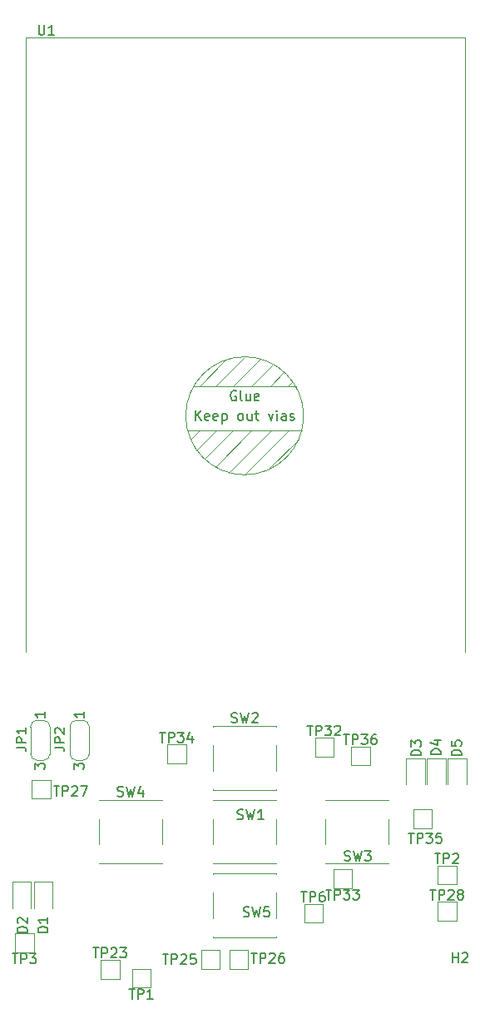
<source format=gto>
G04 #@! TF.GenerationSoftware,KiCad,Pcbnew,(5.1.12)-1*
G04 #@! TF.CreationDate,2022-09-28T12:59:49-05:00*
G04 #@! TF.ProjectId,Controller_Borad,436f6e74-726f-46c6-9c65-725f426f7261,rev?*
G04 #@! TF.SameCoordinates,Original*
G04 #@! TF.FileFunction,Legend,Top*
G04 #@! TF.FilePolarity,Positive*
%FSLAX46Y46*%
G04 Gerber Fmt 4.6, Leading zero omitted, Abs format (unit mm)*
G04 Created by KiCad (PCBNEW (5.1.12)-1) date 2022-09-28 12:59:49*
%MOMM*%
%LPD*%
G01*
G04 APERTURE LIST*
%ADD10C,0.120000*%
%ADD11C,0.150000*%
%ADD12R,1.550000X1.300000*%
%ADD13O,30.000000X10.000000*%
%ADD14C,2.200000*%
%ADD15R,1.500000X1.500000*%
%ADD16R,1.500000X1.000000*%
%ADD17C,0.100000*%
%ADD18C,1.700000*%
G04 APERTURE END LIST*
D10*
X243230000Y-115470000D02*
X236770000Y-115470000D01*
X243230000Y-120000000D02*
X243230000Y-117400000D01*
X243230000Y-121930000D02*
X236770000Y-121930000D01*
X236770000Y-120000000D02*
X236770000Y-117400000D01*
X243230000Y-121900000D02*
X243230000Y-121930000D01*
X243230000Y-115470000D02*
X243230000Y-115500000D01*
X236770000Y-115470000D02*
X236770000Y-115500000D01*
X236770000Y-121930000D02*
X236770000Y-121900000D01*
X217700000Y-100400000D02*
X217700000Y-37900000D01*
X217700000Y-37900000D02*
X262400000Y-37900000D01*
X262400000Y-100400000D02*
X262400000Y-37900000D01*
X246000000Y-76400000D02*
G75*
G03*
X246000000Y-76400000I-6000000J0D01*
G01*
X234200000Y-77900000D02*
X245800000Y-77900000D01*
X234800000Y-73400000D02*
X245200000Y-73400000D01*
X235100000Y-79900000D02*
X237100000Y-77900000D01*
X235900000Y-80800000D02*
X238800000Y-77900000D01*
X237000000Y-81600000D02*
X240700000Y-77900000D01*
X238400000Y-82200000D02*
X242700000Y-77900000D01*
X240000000Y-82400000D02*
X244500000Y-77900000D01*
X242400000Y-81900000D02*
X245500000Y-78800000D01*
X234500000Y-78800000D02*
X235400000Y-77900000D01*
X235400000Y-73400000D02*
X238000000Y-70800000D01*
X237000000Y-73400000D02*
X240000000Y-70400000D01*
X238800000Y-73400000D02*
X241600000Y-70600000D01*
X240700000Y-73400000D02*
X242900000Y-71200000D01*
X242600000Y-73400000D02*
X244000000Y-72000000D01*
X244400000Y-73400000D02*
X244900000Y-72900000D01*
X243230000Y-122970000D02*
X236770000Y-122970000D01*
X243230000Y-127500000D02*
X243230000Y-124900000D01*
X243230000Y-129430000D02*
X236770000Y-129430000D01*
X236770000Y-127500000D02*
X236770000Y-124900000D01*
X243230000Y-129400000D02*
X243230000Y-129430000D01*
X243230000Y-122970000D02*
X243230000Y-123000000D01*
X236770000Y-122970000D02*
X236770000Y-123000000D01*
X236770000Y-129430000D02*
X236770000Y-129400000D01*
X225170000Y-121930000D02*
X231630000Y-121930000D01*
X225170000Y-117400000D02*
X225170000Y-120000000D01*
X225170000Y-115470000D02*
X231630000Y-115470000D01*
X231630000Y-117400000D02*
X231630000Y-120000000D01*
X225170000Y-115500000D02*
X225170000Y-115470000D01*
X225170000Y-121930000D02*
X225170000Y-121900000D01*
X231630000Y-121930000D02*
X231630000Y-121900000D01*
X231630000Y-115470000D02*
X231630000Y-115500000D01*
X254630000Y-115470000D02*
X248170000Y-115470000D01*
X254630000Y-120000000D02*
X254630000Y-117400000D01*
X254630000Y-121930000D02*
X248170000Y-121930000D01*
X248170000Y-120000000D02*
X248170000Y-117400000D01*
X254630000Y-121900000D02*
X254630000Y-121930000D01*
X254630000Y-115470000D02*
X254630000Y-115500000D01*
X248170000Y-115470000D02*
X248170000Y-115500000D01*
X248170000Y-121930000D02*
X248170000Y-121900000D01*
X236770000Y-114430000D02*
X243230000Y-114430000D01*
X236770000Y-109900000D02*
X236770000Y-112500000D01*
X236770000Y-107970000D02*
X243230000Y-107970000D01*
X243230000Y-109900000D02*
X243230000Y-112500000D01*
X236770000Y-108000000D02*
X236770000Y-107970000D01*
X236770000Y-114430000D02*
X236770000Y-114400000D01*
X243230000Y-114430000D02*
X243230000Y-114400000D01*
X243230000Y-107970000D02*
X243230000Y-108000000D01*
X250850000Y-110050000D02*
X252750000Y-110050000D01*
X252750000Y-110050000D02*
X252750000Y-111950000D01*
X252750000Y-111950000D02*
X250850000Y-111950000D01*
X250850000Y-111950000D02*
X250850000Y-110050000D01*
X257150000Y-116450000D02*
X259050000Y-116450000D01*
X259050000Y-116450000D02*
X259050000Y-118350000D01*
X259050000Y-118350000D02*
X257150000Y-118350000D01*
X257150000Y-118350000D02*
X257150000Y-116450000D01*
X232150000Y-109850000D02*
X234050000Y-109850000D01*
X234050000Y-109850000D02*
X234050000Y-111750000D01*
X234050000Y-111750000D02*
X232150000Y-111750000D01*
X232150000Y-111750000D02*
X232150000Y-109850000D01*
X250950000Y-124450000D02*
X249050000Y-124450000D01*
X249050000Y-124450000D02*
X249050000Y-122550000D01*
X249050000Y-122550000D02*
X250950000Y-122550000D01*
X250950000Y-122550000D02*
X250950000Y-124450000D01*
X247150000Y-109150000D02*
X249050000Y-109150000D01*
X249050000Y-109150000D02*
X249050000Y-111050000D01*
X249050000Y-111050000D02*
X247150000Y-111050000D01*
X247150000Y-111050000D02*
X247150000Y-109150000D01*
X222900000Y-107350000D02*
X223500000Y-107350000D01*
X222200000Y-110800000D02*
X222200000Y-108000000D01*
X223500000Y-111450000D02*
X222900000Y-111450000D01*
X224200000Y-108000000D02*
X224200000Y-110800000D01*
X223500000Y-107350000D02*
G75*
G02*
X224200000Y-108050000I0J-700000D01*
G01*
X222200000Y-108050000D02*
G75*
G02*
X222900000Y-107350000I700000J0D01*
G01*
X222900000Y-111450000D02*
G75*
G02*
X222200000Y-110750000I0J700000D01*
G01*
X224200000Y-110750000D02*
G75*
G02*
X223500000Y-111450000I-700000J0D01*
G01*
X218900000Y-107350000D02*
X219500000Y-107350000D01*
X218200000Y-110800000D02*
X218200000Y-108000000D01*
X219500000Y-111450000D02*
X218900000Y-111450000D01*
X220200000Y-108000000D02*
X220200000Y-110800000D01*
X219500000Y-107350000D02*
G75*
G02*
X220200000Y-108050000I0J-700000D01*
G01*
X218200000Y-108050000D02*
G75*
G02*
X218900000Y-107350000I700000J0D01*
G01*
X218900000Y-111450000D02*
G75*
G02*
X218200000Y-110750000I0J700000D01*
G01*
X220200000Y-110750000D02*
G75*
G02*
X219500000Y-111450000I-700000J0D01*
G01*
X262560000Y-113900000D02*
X262560000Y-111215000D01*
X262560000Y-111215000D02*
X260640000Y-111215000D01*
X260640000Y-111215000D02*
X260640000Y-113900000D01*
X260460000Y-113900000D02*
X260460000Y-111215000D01*
X260460000Y-111215000D02*
X258540000Y-111215000D01*
X258540000Y-111215000D02*
X258540000Y-113900000D01*
X258360000Y-113900000D02*
X258360000Y-111215000D01*
X258360000Y-111215000D02*
X256440000Y-111215000D01*
X256440000Y-111215000D02*
X256440000Y-113900000D01*
X259650000Y-125850000D02*
X261550000Y-125850000D01*
X261550000Y-125850000D02*
X261550000Y-127750000D01*
X261550000Y-127750000D02*
X259650000Y-127750000D01*
X259650000Y-127750000D02*
X259650000Y-125850000D01*
X218350000Y-113450000D02*
X220250000Y-113450000D01*
X220250000Y-113450000D02*
X220250000Y-115350000D01*
X220250000Y-115350000D02*
X218350000Y-115350000D01*
X218350000Y-115350000D02*
X218350000Y-113450000D01*
X238450000Y-130750000D02*
X240350000Y-130750000D01*
X240350000Y-130750000D02*
X240350000Y-132650000D01*
X240350000Y-132650000D02*
X238450000Y-132650000D01*
X238450000Y-132650000D02*
X238450000Y-130750000D01*
X235550000Y-130750000D02*
X237450000Y-130750000D01*
X237450000Y-130750000D02*
X237450000Y-132650000D01*
X237450000Y-132650000D02*
X235550000Y-132650000D01*
X235550000Y-132650000D02*
X235550000Y-130750000D01*
X225350000Y-131750000D02*
X227250000Y-131750000D01*
X227250000Y-131750000D02*
X227250000Y-133650000D01*
X227250000Y-133650000D02*
X225350000Y-133650000D01*
X225350000Y-133650000D02*
X225350000Y-131750000D01*
X246050000Y-126050000D02*
X247950000Y-126050000D01*
X247950000Y-126050000D02*
X247950000Y-127950000D01*
X247950000Y-127950000D02*
X246050000Y-127950000D01*
X246050000Y-127950000D02*
X246050000Y-126050000D01*
X218550000Y-130950000D02*
X216650000Y-130950000D01*
X216650000Y-130950000D02*
X216650000Y-129050000D01*
X216650000Y-129050000D02*
X218550000Y-129050000D01*
X218550000Y-129050000D02*
X218550000Y-130950000D01*
X259650000Y-122150000D02*
X261550000Y-122150000D01*
X261550000Y-122150000D02*
X261550000Y-124050000D01*
X261550000Y-124050000D02*
X259650000Y-124050000D01*
X259650000Y-124050000D02*
X259650000Y-122150000D01*
X230450000Y-134550000D02*
X228550000Y-134550000D01*
X228550000Y-134550000D02*
X228550000Y-132650000D01*
X228550000Y-132650000D02*
X230450000Y-132650000D01*
X230450000Y-132650000D02*
X230450000Y-134550000D01*
X216340000Y-123815000D02*
X216340000Y-126500000D01*
X218260000Y-123815000D02*
X216340000Y-123815000D01*
X218260000Y-126500000D02*
X218260000Y-123815000D01*
X218540000Y-123815000D02*
X218540000Y-126500000D01*
X220460000Y-123815000D02*
X218540000Y-123815000D01*
X220460000Y-126500000D02*
X220460000Y-123815000D01*
D11*
X239266666Y-117404761D02*
X239409523Y-117452380D01*
X239647619Y-117452380D01*
X239742857Y-117404761D01*
X239790476Y-117357142D01*
X239838095Y-117261904D01*
X239838095Y-117166666D01*
X239790476Y-117071428D01*
X239742857Y-117023809D01*
X239647619Y-116976190D01*
X239457142Y-116928571D01*
X239361904Y-116880952D01*
X239314285Y-116833333D01*
X239266666Y-116738095D01*
X239266666Y-116642857D01*
X239314285Y-116547619D01*
X239361904Y-116500000D01*
X239457142Y-116452380D01*
X239695238Y-116452380D01*
X239838095Y-116500000D01*
X240171428Y-116452380D02*
X240409523Y-117452380D01*
X240600000Y-116738095D01*
X240790476Y-117452380D01*
X241028571Y-116452380D01*
X241933333Y-117452380D02*
X241361904Y-117452380D01*
X241647619Y-117452380D02*
X241647619Y-116452380D01*
X241552380Y-116595238D01*
X241457142Y-116690476D01*
X241361904Y-116738095D01*
X219038095Y-36652380D02*
X219038095Y-37461904D01*
X219085714Y-37557142D01*
X219133333Y-37604761D01*
X219228571Y-37652380D01*
X219419047Y-37652380D01*
X219514285Y-37604761D01*
X219561904Y-37557142D01*
X219609523Y-37461904D01*
X219609523Y-36652380D01*
X220609523Y-37652380D02*
X220038095Y-37652380D01*
X220323809Y-37652380D02*
X220323809Y-36652380D01*
X220228571Y-36795238D01*
X220133333Y-36890476D01*
X220038095Y-36938095D01*
X235000000Y-76852380D02*
X235000000Y-75852380D01*
X235571428Y-76852380D02*
X235142857Y-76280952D01*
X235571428Y-75852380D02*
X235000000Y-76423809D01*
X236380952Y-76804761D02*
X236285714Y-76852380D01*
X236095238Y-76852380D01*
X236000000Y-76804761D01*
X235952380Y-76709523D01*
X235952380Y-76328571D01*
X236000000Y-76233333D01*
X236095238Y-76185714D01*
X236285714Y-76185714D01*
X236380952Y-76233333D01*
X236428571Y-76328571D01*
X236428571Y-76423809D01*
X235952380Y-76519047D01*
X237238095Y-76804761D02*
X237142857Y-76852380D01*
X236952380Y-76852380D01*
X236857142Y-76804761D01*
X236809523Y-76709523D01*
X236809523Y-76328571D01*
X236857142Y-76233333D01*
X236952380Y-76185714D01*
X237142857Y-76185714D01*
X237238095Y-76233333D01*
X237285714Y-76328571D01*
X237285714Y-76423809D01*
X236809523Y-76519047D01*
X237714285Y-76185714D02*
X237714285Y-77185714D01*
X237714285Y-76233333D02*
X237809523Y-76185714D01*
X238000000Y-76185714D01*
X238095238Y-76233333D01*
X238142857Y-76280952D01*
X238190476Y-76376190D01*
X238190476Y-76661904D01*
X238142857Y-76757142D01*
X238095238Y-76804761D01*
X238000000Y-76852380D01*
X237809523Y-76852380D01*
X237714285Y-76804761D01*
X239523809Y-76852380D02*
X239428571Y-76804761D01*
X239380952Y-76757142D01*
X239333333Y-76661904D01*
X239333333Y-76376190D01*
X239380952Y-76280952D01*
X239428571Y-76233333D01*
X239523809Y-76185714D01*
X239666666Y-76185714D01*
X239761904Y-76233333D01*
X239809523Y-76280952D01*
X239857142Y-76376190D01*
X239857142Y-76661904D01*
X239809523Y-76757142D01*
X239761904Y-76804761D01*
X239666666Y-76852380D01*
X239523809Y-76852380D01*
X240714285Y-76185714D02*
X240714285Y-76852380D01*
X240285714Y-76185714D02*
X240285714Y-76709523D01*
X240333333Y-76804761D01*
X240428571Y-76852380D01*
X240571428Y-76852380D01*
X240666666Y-76804761D01*
X240714285Y-76757142D01*
X241047619Y-76185714D02*
X241428571Y-76185714D01*
X241190476Y-75852380D02*
X241190476Y-76709523D01*
X241238095Y-76804761D01*
X241333333Y-76852380D01*
X241428571Y-76852380D01*
X242428571Y-76185714D02*
X242666666Y-76852380D01*
X242904761Y-76185714D01*
X243285714Y-76852380D02*
X243285714Y-76185714D01*
X243285714Y-75852380D02*
X243238095Y-75900000D01*
X243285714Y-75947619D01*
X243333333Y-75900000D01*
X243285714Y-75852380D01*
X243285714Y-75947619D01*
X244190476Y-76852380D02*
X244190476Y-76328571D01*
X244142857Y-76233333D01*
X244047619Y-76185714D01*
X243857142Y-76185714D01*
X243761904Y-76233333D01*
X244190476Y-76804761D02*
X244095238Y-76852380D01*
X243857142Y-76852380D01*
X243761904Y-76804761D01*
X243714285Y-76709523D01*
X243714285Y-76614285D01*
X243761904Y-76519047D01*
X243857142Y-76471428D01*
X244095238Y-76471428D01*
X244190476Y-76423809D01*
X244619047Y-76804761D02*
X244714285Y-76852380D01*
X244904761Y-76852380D01*
X245000000Y-76804761D01*
X245047619Y-76709523D01*
X245047619Y-76661904D01*
X245000000Y-76566666D01*
X244904761Y-76519047D01*
X244761904Y-76519047D01*
X244666666Y-76471428D01*
X244619047Y-76376190D01*
X244619047Y-76328571D01*
X244666666Y-76233333D01*
X244761904Y-76185714D01*
X244904761Y-76185714D01*
X245000000Y-76233333D01*
X239119047Y-73900000D02*
X239023809Y-73852380D01*
X238880952Y-73852380D01*
X238738095Y-73900000D01*
X238642857Y-73995238D01*
X238595238Y-74090476D01*
X238547619Y-74280952D01*
X238547619Y-74423809D01*
X238595238Y-74614285D01*
X238642857Y-74709523D01*
X238738095Y-74804761D01*
X238880952Y-74852380D01*
X238976190Y-74852380D01*
X239119047Y-74804761D01*
X239166666Y-74757142D01*
X239166666Y-74423809D01*
X238976190Y-74423809D01*
X239738095Y-74852380D02*
X239642857Y-74804761D01*
X239595238Y-74709523D01*
X239595238Y-73852380D01*
X240547619Y-74185714D02*
X240547619Y-74852380D01*
X240119047Y-74185714D02*
X240119047Y-74709523D01*
X240166666Y-74804761D01*
X240261904Y-74852380D01*
X240404761Y-74852380D01*
X240500000Y-74804761D01*
X240547619Y-74757142D01*
X241404761Y-74804761D02*
X241309523Y-74852380D01*
X241119047Y-74852380D01*
X241023809Y-74804761D01*
X240976190Y-74709523D01*
X240976190Y-74328571D01*
X241023809Y-74233333D01*
X241119047Y-74185714D01*
X241309523Y-74185714D01*
X241404761Y-74233333D01*
X241452380Y-74328571D01*
X241452380Y-74423809D01*
X240976190Y-74519047D01*
X261138095Y-132002380D02*
X261138095Y-131002380D01*
X261138095Y-131478571D02*
X261709523Y-131478571D01*
X261709523Y-132002380D02*
X261709523Y-131002380D01*
X262138095Y-131097619D02*
X262185714Y-131050000D01*
X262280952Y-131002380D01*
X262519047Y-131002380D01*
X262614285Y-131050000D01*
X262661904Y-131097619D01*
X262709523Y-131192857D01*
X262709523Y-131288095D01*
X262661904Y-131430952D01*
X262090476Y-132002380D01*
X262709523Y-132002380D01*
X239866666Y-127304761D02*
X240009523Y-127352380D01*
X240247619Y-127352380D01*
X240342857Y-127304761D01*
X240390476Y-127257142D01*
X240438095Y-127161904D01*
X240438095Y-127066666D01*
X240390476Y-126971428D01*
X240342857Y-126923809D01*
X240247619Y-126876190D01*
X240057142Y-126828571D01*
X239961904Y-126780952D01*
X239914285Y-126733333D01*
X239866666Y-126638095D01*
X239866666Y-126542857D01*
X239914285Y-126447619D01*
X239961904Y-126400000D01*
X240057142Y-126352380D01*
X240295238Y-126352380D01*
X240438095Y-126400000D01*
X240771428Y-126352380D02*
X241009523Y-127352380D01*
X241200000Y-126638095D01*
X241390476Y-127352380D01*
X241628571Y-126352380D01*
X242485714Y-126352380D02*
X242009523Y-126352380D01*
X241961904Y-126828571D01*
X242009523Y-126780952D01*
X242104761Y-126733333D01*
X242342857Y-126733333D01*
X242438095Y-126780952D01*
X242485714Y-126828571D01*
X242533333Y-126923809D01*
X242533333Y-127161904D01*
X242485714Y-127257142D01*
X242438095Y-127304761D01*
X242342857Y-127352380D01*
X242104761Y-127352380D01*
X242009523Y-127304761D01*
X241961904Y-127257142D01*
X227066666Y-115054761D02*
X227209523Y-115102380D01*
X227447619Y-115102380D01*
X227542857Y-115054761D01*
X227590476Y-115007142D01*
X227638095Y-114911904D01*
X227638095Y-114816666D01*
X227590476Y-114721428D01*
X227542857Y-114673809D01*
X227447619Y-114626190D01*
X227257142Y-114578571D01*
X227161904Y-114530952D01*
X227114285Y-114483333D01*
X227066666Y-114388095D01*
X227066666Y-114292857D01*
X227114285Y-114197619D01*
X227161904Y-114150000D01*
X227257142Y-114102380D01*
X227495238Y-114102380D01*
X227638095Y-114150000D01*
X227971428Y-114102380D02*
X228209523Y-115102380D01*
X228400000Y-114388095D01*
X228590476Y-115102380D01*
X228828571Y-114102380D01*
X229638095Y-114435714D02*
X229638095Y-115102380D01*
X229400000Y-114054761D02*
X229161904Y-114769047D01*
X229780952Y-114769047D01*
X250166666Y-121604761D02*
X250309523Y-121652380D01*
X250547619Y-121652380D01*
X250642857Y-121604761D01*
X250690476Y-121557142D01*
X250738095Y-121461904D01*
X250738095Y-121366666D01*
X250690476Y-121271428D01*
X250642857Y-121223809D01*
X250547619Y-121176190D01*
X250357142Y-121128571D01*
X250261904Y-121080952D01*
X250214285Y-121033333D01*
X250166666Y-120938095D01*
X250166666Y-120842857D01*
X250214285Y-120747619D01*
X250261904Y-120700000D01*
X250357142Y-120652380D01*
X250595238Y-120652380D01*
X250738095Y-120700000D01*
X251071428Y-120652380D02*
X251309523Y-121652380D01*
X251500000Y-120938095D01*
X251690476Y-121652380D01*
X251928571Y-120652380D01*
X252214285Y-120652380D02*
X252833333Y-120652380D01*
X252500000Y-121033333D01*
X252642857Y-121033333D01*
X252738095Y-121080952D01*
X252785714Y-121128571D01*
X252833333Y-121223809D01*
X252833333Y-121461904D01*
X252785714Y-121557142D01*
X252738095Y-121604761D01*
X252642857Y-121652380D01*
X252357142Y-121652380D01*
X252261904Y-121604761D01*
X252214285Y-121557142D01*
X238666666Y-107554761D02*
X238809523Y-107602380D01*
X239047619Y-107602380D01*
X239142857Y-107554761D01*
X239190476Y-107507142D01*
X239238095Y-107411904D01*
X239238095Y-107316666D01*
X239190476Y-107221428D01*
X239142857Y-107173809D01*
X239047619Y-107126190D01*
X238857142Y-107078571D01*
X238761904Y-107030952D01*
X238714285Y-106983333D01*
X238666666Y-106888095D01*
X238666666Y-106792857D01*
X238714285Y-106697619D01*
X238761904Y-106650000D01*
X238857142Y-106602380D01*
X239095238Y-106602380D01*
X239238095Y-106650000D01*
X239571428Y-106602380D02*
X239809523Y-107602380D01*
X240000000Y-106888095D01*
X240190476Y-107602380D01*
X240428571Y-106602380D01*
X240761904Y-106697619D02*
X240809523Y-106650000D01*
X240904761Y-106602380D01*
X241142857Y-106602380D01*
X241238095Y-106650000D01*
X241285714Y-106697619D01*
X241333333Y-106792857D01*
X241333333Y-106888095D01*
X241285714Y-107030952D01*
X240714285Y-107602380D01*
X241333333Y-107602380D01*
X250061904Y-108804380D02*
X250633333Y-108804380D01*
X250347619Y-109804380D02*
X250347619Y-108804380D01*
X250966666Y-109804380D02*
X250966666Y-108804380D01*
X251347619Y-108804380D01*
X251442857Y-108852000D01*
X251490476Y-108899619D01*
X251538095Y-108994857D01*
X251538095Y-109137714D01*
X251490476Y-109232952D01*
X251442857Y-109280571D01*
X251347619Y-109328190D01*
X250966666Y-109328190D01*
X251871428Y-108804380D02*
X252490476Y-108804380D01*
X252157142Y-109185333D01*
X252300000Y-109185333D01*
X252395238Y-109232952D01*
X252442857Y-109280571D01*
X252490476Y-109375809D01*
X252490476Y-109613904D01*
X252442857Y-109709142D01*
X252395238Y-109756761D01*
X252300000Y-109804380D01*
X252014285Y-109804380D01*
X251919047Y-109756761D01*
X251871428Y-109709142D01*
X253347619Y-108804380D02*
X253157142Y-108804380D01*
X253061904Y-108852000D01*
X253014285Y-108899619D01*
X252919047Y-109042476D01*
X252871428Y-109232952D01*
X252871428Y-109613904D01*
X252919047Y-109709142D01*
X252966666Y-109756761D01*
X253061904Y-109804380D01*
X253252380Y-109804380D01*
X253347619Y-109756761D01*
X253395238Y-109709142D01*
X253442857Y-109613904D01*
X253442857Y-109375809D01*
X253395238Y-109280571D01*
X253347619Y-109232952D01*
X253252380Y-109185333D01*
X253061904Y-109185333D01*
X252966666Y-109232952D01*
X252919047Y-109280571D01*
X252871428Y-109375809D01*
X256661904Y-118852380D02*
X257233333Y-118852380D01*
X256947619Y-119852380D02*
X256947619Y-118852380D01*
X257566666Y-119852380D02*
X257566666Y-118852380D01*
X257947619Y-118852380D01*
X258042857Y-118900000D01*
X258090476Y-118947619D01*
X258138095Y-119042857D01*
X258138095Y-119185714D01*
X258090476Y-119280952D01*
X258042857Y-119328571D01*
X257947619Y-119376190D01*
X257566666Y-119376190D01*
X258471428Y-118852380D02*
X259090476Y-118852380D01*
X258757142Y-119233333D01*
X258900000Y-119233333D01*
X258995238Y-119280952D01*
X259042857Y-119328571D01*
X259090476Y-119423809D01*
X259090476Y-119661904D01*
X259042857Y-119757142D01*
X258995238Y-119804761D01*
X258900000Y-119852380D01*
X258614285Y-119852380D01*
X258519047Y-119804761D01*
X258471428Y-119757142D01*
X259995238Y-118852380D02*
X259519047Y-118852380D01*
X259471428Y-119328571D01*
X259519047Y-119280952D01*
X259614285Y-119233333D01*
X259852380Y-119233333D01*
X259947619Y-119280952D01*
X259995238Y-119328571D01*
X260042857Y-119423809D01*
X260042857Y-119661904D01*
X259995238Y-119757142D01*
X259947619Y-119804761D01*
X259852380Y-119852380D01*
X259614285Y-119852380D01*
X259519047Y-119804761D01*
X259471428Y-119757142D01*
X231361904Y-108604380D02*
X231933333Y-108604380D01*
X231647619Y-109604380D02*
X231647619Y-108604380D01*
X232266666Y-109604380D02*
X232266666Y-108604380D01*
X232647619Y-108604380D01*
X232742857Y-108652000D01*
X232790476Y-108699619D01*
X232838095Y-108794857D01*
X232838095Y-108937714D01*
X232790476Y-109032952D01*
X232742857Y-109080571D01*
X232647619Y-109128190D01*
X232266666Y-109128190D01*
X233171428Y-108604380D02*
X233790476Y-108604380D01*
X233457142Y-108985333D01*
X233600000Y-108985333D01*
X233695238Y-109032952D01*
X233742857Y-109080571D01*
X233790476Y-109175809D01*
X233790476Y-109413904D01*
X233742857Y-109509142D01*
X233695238Y-109556761D01*
X233600000Y-109604380D01*
X233314285Y-109604380D01*
X233219047Y-109556761D01*
X233171428Y-109509142D01*
X234647619Y-108937714D02*
X234647619Y-109604380D01*
X234409523Y-108556761D02*
X234171428Y-109271047D01*
X234790476Y-109271047D01*
X248261904Y-124600380D02*
X248833333Y-124600380D01*
X248547619Y-125600380D02*
X248547619Y-124600380D01*
X249166666Y-125600380D02*
X249166666Y-124600380D01*
X249547619Y-124600380D01*
X249642857Y-124648000D01*
X249690476Y-124695619D01*
X249738095Y-124790857D01*
X249738095Y-124933714D01*
X249690476Y-125028952D01*
X249642857Y-125076571D01*
X249547619Y-125124190D01*
X249166666Y-125124190D01*
X250071428Y-124600380D02*
X250690476Y-124600380D01*
X250357142Y-124981333D01*
X250500000Y-124981333D01*
X250595238Y-125028952D01*
X250642857Y-125076571D01*
X250690476Y-125171809D01*
X250690476Y-125409904D01*
X250642857Y-125505142D01*
X250595238Y-125552761D01*
X250500000Y-125600380D01*
X250214285Y-125600380D01*
X250119047Y-125552761D01*
X250071428Y-125505142D01*
X251023809Y-124600380D02*
X251642857Y-124600380D01*
X251309523Y-124981333D01*
X251452380Y-124981333D01*
X251547619Y-125028952D01*
X251595238Y-125076571D01*
X251642857Y-125171809D01*
X251642857Y-125409904D01*
X251595238Y-125505142D01*
X251547619Y-125552761D01*
X251452380Y-125600380D01*
X251166666Y-125600380D01*
X251071428Y-125552761D01*
X251023809Y-125505142D01*
X246361904Y-107904380D02*
X246933333Y-107904380D01*
X246647619Y-108904380D02*
X246647619Y-107904380D01*
X247266666Y-108904380D02*
X247266666Y-107904380D01*
X247647619Y-107904380D01*
X247742857Y-107952000D01*
X247790476Y-107999619D01*
X247838095Y-108094857D01*
X247838095Y-108237714D01*
X247790476Y-108332952D01*
X247742857Y-108380571D01*
X247647619Y-108428190D01*
X247266666Y-108428190D01*
X248171428Y-107904380D02*
X248790476Y-107904380D01*
X248457142Y-108285333D01*
X248600000Y-108285333D01*
X248695238Y-108332952D01*
X248742857Y-108380571D01*
X248790476Y-108475809D01*
X248790476Y-108713904D01*
X248742857Y-108809142D01*
X248695238Y-108856761D01*
X248600000Y-108904380D01*
X248314285Y-108904380D01*
X248219047Y-108856761D01*
X248171428Y-108809142D01*
X249171428Y-107999619D02*
X249219047Y-107952000D01*
X249314285Y-107904380D01*
X249552380Y-107904380D01*
X249647619Y-107952000D01*
X249695238Y-107999619D01*
X249742857Y-108094857D01*
X249742857Y-108190095D01*
X249695238Y-108332952D01*
X249123809Y-108904380D01*
X249742857Y-108904380D01*
X220652380Y-110133333D02*
X221366666Y-110133333D01*
X221509523Y-110180952D01*
X221604761Y-110276190D01*
X221652380Y-110419047D01*
X221652380Y-110514285D01*
X221652380Y-109657142D02*
X220652380Y-109657142D01*
X220652380Y-109276190D01*
X220700000Y-109180952D01*
X220747619Y-109133333D01*
X220842857Y-109085714D01*
X220985714Y-109085714D01*
X221080952Y-109133333D01*
X221128571Y-109180952D01*
X221176190Y-109276190D01*
X221176190Y-109657142D01*
X220747619Y-108704761D02*
X220700000Y-108657142D01*
X220652380Y-108561904D01*
X220652380Y-108323809D01*
X220700000Y-108228571D01*
X220747619Y-108180952D01*
X220842857Y-108133333D01*
X220938095Y-108133333D01*
X221080952Y-108180952D01*
X221652380Y-108752380D01*
X221652380Y-108133333D01*
X223652380Y-106514285D02*
X223652380Y-107085714D01*
X223652380Y-106800000D02*
X222652380Y-106800000D01*
X222795238Y-106895238D01*
X222890476Y-106990476D01*
X222938095Y-107085714D01*
X222652380Y-112333333D02*
X222652380Y-111714285D01*
X223033333Y-112047619D01*
X223033333Y-111904761D01*
X223080952Y-111809523D01*
X223128571Y-111761904D01*
X223223809Y-111714285D01*
X223461904Y-111714285D01*
X223557142Y-111761904D01*
X223604761Y-111809523D01*
X223652380Y-111904761D01*
X223652380Y-112190476D01*
X223604761Y-112285714D01*
X223557142Y-112333333D01*
X216752380Y-110133333D02*
X217466666Y-110133333D01*
X217609523Y-110180952D01*
X217704761Y-110276190D01*
X217752380Y-110419047D01*
X217752380Y-110514285D01*
X217752380Y-109657142D02*
X216752380Y-109657142D01*
X216752380Y-109276190D01*
X216800000Y-109180952D01*
X216847619Y-109133333D01*
X216942857Y-109085714D01*
X217085714Y-109085714D01*
X217180952Y-109133333D01*
X217228571Y-109180952D01*
X217276190Y-109276190D01*
X217276190Y-109657142D01*
X217752380Y-108133333D02*
X217752380Y-108704761D01*
X217752380Y-108419047D02*
X216752380Y-108419047D01*
X216895238Y-108514285D01*
X216990476Y-108609523D01*
X217038095Y-108704761D01*
X219652380Y-106514285D02*
X219652380Y-107085714D01*
X219652380Y-106800000D02*
X218652380Y-106800000D01*
X218795238Y-106895238D01*
X218890476Y-106990476D01*
X218938095Y-107085714D01*
X218652380Y-112333333D02*
X218652380Y-111714285D01*
X219033333Y-112047619D01*
X219033333Y-111904761D01*
X219080952Y-111809523D01*
X219128571Y-111761904D01*
X219223809Y-111714285D01*
X219461904Y-111714285D01*
X219557142Y-111761904D01*
X219604761Y-111809523D01*
X219652380Y-111904761D01*
X219652380Y-112190476D01*
X219604761Y-112285714D01*
X219557142Y-112333333D01*
X262052380Y-110938095D02*
X261052380Y-110938095D01*
X261052380Y-110700000D01*
X261100000Y-110557142D01*
X261195238Y-110461904D01*
X261290476Y-110414285D01*
X261480952Y-110366666D01*
X261623809Y-110366666D01*
X261814285Y-110414285D01*
X261909523Y-110461904D01*
X262004761Y-110557142D01*
X262052380Y-110700000D01*
X262052380Y-110938095D01*
X261052380Y-109461904D02*
X261052380Y-109938095D01*
X261528571Y-109985714D01*
X261480952Y-109938095D01*
X261433333Y-109842857D01*
X261433333Y-109604761D01*
X261480952Y-109509523D01*
X261528571Y-109461904D01*
X261623809Y-109414285D01*
X261861904Y-109414285D01*
X261957142Y-109461904D01*
X262004761Y-109509523D01*
X262052380Y-109604761D01*
X262052380Y-109842857D01*
X262004761Y-109938095D01*
X261957142Y-109985714D01*
X259952380Y-110838095D02*
X258952380Y-110838095D01*
X258952380Y-110600000D01*
X259000000Y-110457142D01*
X259095238Y-110361904D01*
X259190476Y-110314285D01*
X259380952Y-110266666D01*
X259523809Y-110266666D01*
X259714285Y-110314285D01*
X259809523Y-110361904D01*
X259904761Y-110457142D01*
X259952380Y-110600000D01*
X259952380Y-110838095D01*
X259285714Y-109409523D02*
X259952380Y-109409523D01*
X258904761Y-109647619D02*
X259619047Y-109885714D01*
X259619047Y-109266666D01*
X257952380Y-110938095D02*
X256952380Y-110938095D01*
X256952380Y-110700000D01*
X257000000Y-110557142D01*
X257095238Y-110461904D01*
X257190476Y-110414285D01*
X257380952Y-110366666D01*
X257523809Y-110366666D01*
X257714285Y-110414285D01*
X257809523Y-110461904D01*
X257904761Y-110557142D01*
X257952380Y-110700000D01*
X257952380Y-110938095D01*
X256952380Y-110033333D02*
X256952380Y-109414285D01*
X257333333Y-109747619D01*
X257333333Y-109604761D01*
X257380952Y-109509523D01*
X257428571Y-109461904D01*
X257523809Y-109414285D01*
X257761904Y-109414285D01*
X257857142Y-109461904D01*
X257904761Y-109509523D01*
X257952380Y-109604761D01*
X257952380Y-109890476D01*
X257904761Y-109985714D01*
X257857142Y-110033333D01*
X258861904Y-124604380D02*
X259433333Y-124604380D01*
X259147619Y-125604380D02*
X259147619Y-124604380D01*
X259766666Y-125604380D02*
X259766666Y-124604380D01*
X260147619Y-124604380D01*
X260242857Y-124652000D01*
X260290476Y-124699619D01*
X260338095Y-124794857D01*
X260338095Y-124937714D01*
X260290476Y-125032952D01*
X260242857Y-125080571D01*
X260147619Y-125128190D01*
X259766666Y-125128190D01*
X260719047Y-124699619D02*
X260766666Y-124652000D01*
X260861904Y-124604380D01*
X261100000Y-124604380D01*
X261195238Y-124652000D01*
X261242857Y-124699619D01*
X261290476Y-124794857D01*
X261290476Y-124890095D01*
X261242857Y-125032952D01*
X260671428Y-125604380D01*
X261290476Y-125604380D01*
X261861904Y-125032952D02*
X261766666Y-124985333D01*
X261719047Y-124937714D01*
X261671428Y-124842476D01*
X261671428Y-124794857D01*
X261719047Y-124699619D01*
X261766666Y-124652000D01*
X261861904Y-124604380D01*
X262052380Y-124604380D01*
X262147619Y-124652000D01*
X262195238Y-124699619D01*
X262242857Y-124794857D01*
X262242857Y-124842476D01*
X262195238Y-124937714D01*
X262147619Y-124985333D01*
X262052380Y-125032952D01*
X261861904Y-125032952D01*
X261766666Y-125080571D01*
X261719047Y-125128190D01*
X261671428Y-125223428D01*
X261671428Y-125413904D01*
X261719047Y-125509142D01*
X261766666Y-125556761D01*
X261861904Y-125604380D01*
X262052380Y-125604380D01*
X262147619Y-125556761D01*
X262195238Y-125509142D01*
X262242857Y-125413904D01*
X262242857Y-125223428D01*
X262195238Y-125128190D01*
X262147619Y-125080571D01*
X262052380Y-125032952D01*
X220561904Y-114052380D02*
X221133333Y-114052380D01*
X220847619Y-115052380D02*
X220847619Y-114052380D01*
X221466666Y-115052380D02*
X221466666Y-114052380D01*
X221847619Y-114052380D01*
X221942857Y-114100000D01*
X221990476Y-114147619D01*
X222038095Y-114242857D01*
X222038095Y-114385714D01*
X221990476Y-114480952D01*
X221942857Y-114528571D01*
X221847619Y-114576190D01*
X221466666Y-114576190D01*
X222419047Y-114147619D02*
X222466666Y-114100000D01*
X222561904Y-114052380D01*
X222800000Y-114052380D01*
X222895238Y-114100000D01*
X222942857Y-114147619D01*
X222990476Y-114242857D01*
X222990476Y-114338095D01*
X222942857Y-114480952D01*
X222371428Y-115052380D01*
X222990476Y-115052380D01*
X223323809Y-114052380D02*
X223990476Y-114052380D01*
X223561904Y-115052380D01*
X240661904Y-131052380D02*
X241233333Y-131052380D01*
X240947619Y-132052380D02*
X240947619Y-131052380D01*
X241566666Y-132052380D02*
X241566666Y-131052380D01*
X241947619Y-131052380D01*
X242042857Y-131100000D01*
X242090476Y-131147619D01*
X242138095Y-131242857D01*
X242138095Y-131385714D01*
X242090476Y-131480952D01*
X242042857Y-131528571D01*
X241947619Y-131576190D01*
X241566666Y-131576190D01*
X242519047Y-131147619D02*
X242566666Y-131100000D01*
X242661904Y-131052380D01*
X242900000Y-131052380D01*
X242995238Y-131100000D01*
X243042857Y-131147619D01*
X243090476Y-131242857D01*
X243090476Y-131338095D01*
X243042857Y-131480952D01*
X242471428Y-132052380D01*
X243090476Y-132052380D01*
X243947619Y-131052380D02*
X243757142Y-131052380D01*
X243661904Y-131100000D01*
X243614285Y-131147619D01*
X243519047Y-131290476D01*
X243471428Y-131480952D01*
X243471428Y-131861904D01*
X243519047Y-131957142D01*
X243566666Y-132004761D01*
X243661904Y-132052380D01*
X243852380Y-132052380D01*
X243947619Y-132004761D01*
X243995238Y-131957142D01*
X244042857Y-131861904D01*
X244042857Y-131623809D01*
X243995238Y-131528571D01*
X243947619Y-131480952D01*
X243852380Y-131433333D01*
X243661904Y-131433333D01*
X243566666Y-131480952D01*
X243519047Y-131528571D01*
X243471428Y-131623809D01*
X231661904Y-131152380D02*
X232233333Y-131152380D01*
X231947619Y-132152380D02*
X231947619Y-131152380D01*
X232566666Y-132152380D02*
X232566666Y-131152380D01*
X232947619Y-131152380D01*
X233042857Y-131200000D01*
X233090476Y-131247619D01*
X233138095Y-131342857D01*
X233138095Y-131485714D01*
X233090476Y-131580952D01*
X233042857Y-131628571D01*
X232947619Y-131676190D01*
X232566666Y-131676190D01*
X233519047Y-131247619D02*
X233566666Y-131200000D01*
X233661904Y-131152380D01*
X233900000Y-131152380D01*
X233995238Y-131200000D01*
X234042857Y-131247619D01*
X234090476Y-131342857D01*
X234090476Y-131438095D01*
X234042857Y-131580952D01*
X233471428Y-132152380D01*
X234090476Y-132152380D01*
X234995238Y-131152380D02*
X234519047Y-131152380D01*
X234471428Y-131628571D01*
X234519047Y-131580952D01*
X234614285Y-131533333D01*
X234852380Y-131533333D01*
X234947619Y-131580952D01*
X234995238Y-131628571D01*
X235042857Y-131723809D01*
X235042857Y-131961904D01*
X234995238Y-132057142D01*
X234947619Y-132104761D01*
X234852380Y-132152380D01*
X234614285Y-132152380D01*
X234519047Y-132104761D01*
X234471428Y-132057142D01*
X224561904Y-130504380D02*
X225133333Y-130504380D01*
X224847619Y-131504380D02*
X224847619Y-130504380D01*
X225466666Y-131504380D02*
X225466666Y-130504380D01*
X225847619Y-130504380D01*
X225942857Y-130552000D01*
X225990476Y-130599619D01*
X226038095Y-130694857D01*
X226038095Y-130837714D01*
X225990476Y-130932952D01*
X225942857Y-130980571D01*
X225847619Y-131028190D01*
X225466666Y-131028190D01*
X226419047Y-130599619D02*
X226466666Y-130552000D01*
X226561904Y-130504380D01*
X226800000Y-130504380D01*
X226895238Y-130552000D01*
X226942857Y-130599619D01*
X226990476Y-130694857D01*
X226990476Y-130790095D01*
X226942857Y-130932952D01*
X226371428Y-131504380D01*
X226990476Y-131504380D01*
X227323809Y-130504380D02*
X227942857Y-130504380D01*
X227609523Y-130885333D01*
X227752380Y-130885333D01*
X227847619Y-130932952D01*
X227895238Y-130980571D01*
X227942857Y-131075809D01*
X227942857Y-131313904D01*
X227895238Y-131409142D01*
X227847619Y-131456761D01*
X227752380Y-131504380D01*
X227466666Y-131504380D01*
X227371428Y-131456761D01*
X227323809Y-131409142D01*
X245738095Y-124804380D02*
X246309523Y-124804380D01*
X246023809Y-125804380D02*
X246023809Y-124804380D01*
X246642857Y-125804380D02*
X246642857Y-124804380D01*
X247023809Y-124804380D01*
X247119047Y-124852000D01*
X247166666Y-124899619D01*
X247214285Y-124994857D01*
X247214285Y-125137714D01*
X247166666Y-125232952D01*
X247119047Y-125280571D01*
X247023809Y-125328190D01*
X246642857Y-125328190D01*
X248071428Y-124804380D02*
X247880952Y-124804380D01*
X247785714Y-124852000D01*
X247738095Y-124899619D01*
X247642857Y-125042476D01*
X247595238Y-125232952D01*
X247595238Y-125613904D01*
X247642857Y-125709142D01*
X247690476Y-125756761D01*
X247785714Y-125804380D01*
X247976190Y-125804380D01*
X248071428Y-125756761D01*
X248119047Y-125709142D01*
X248166666Y-125613904D01*
X248166666Y-125375809D01*
X248119047Y-125280571D01*
X248071428Y-125232952D01*
X247976190Y-125185333D01*
X247785714Y-125185333D01*
X247690476Y-125232952D01*
X247642857Y-125280571D01*
X247595238Y-125375809D01*
X216338095Y-131100380D02*
X216909523Y-131100380D01*
X216623809Y-132100380D02*
X216623809Y-131100380D01*
X217242857Y-132100380D02*
X217242857Y-131100380D01*
X217623809Y-131100380D01*
X217719047Y-131148000D01*
X217766666Y-131195619D01*
X217814285Y-131290857D01*
X217814285Y-131433714D01*
X217766666Y-131528952D01*
X217719047Y-131576571D01*
X217623809Y-131624190D01*
X217242857Y-131624190D01*
X218147619Y-131100380D02*
X218766666Y-131100380D01*
X218433333Y-131481333D01*
X218576190Y-131481333D01*
X218671428Y-131528952D01*
X218719047Y-131576571D01*
X218766666Y-131671809D01*
X218766666Y-131909904D01*
X218719047Y-132005142D01*
X218671428Y-132052761D01*
X218576190Y-132100380D01*
X218290476Y-132100380D01*
X218195238Y-132052761D01*
X218147619Y-132005142D01*
X259338095Y-120904380D02*
X259909523Y-120904380D01*
X259623809Y-121904380D02*
X259623809Y-120904380D01*
X260242857Y-121904380D02*
X260242857Y-120904380D01*
X260623809Y-120904380D01*
X260719047Y-120952000D01*
X260766666Y-120999619D01*
X260814285Y-121094857D01*
X260814285Y-121237714D01*
X260766666Y-121332952D01*
X260719047Y-121380571D01*
X260623809Y-121428190D01*
X260242857Y-121428190D01*
X261195238Y-120999619D02*
X261242857Y-120952000D01*
X261338095Y-120904380D01*
X261576190Y-120904380D01*
X261671428Y-120952000D01*
X261719047Y-120999619D01*
X261766666Y-121094857D01*
X261766666Y-121190095D01*
X261719047Y-121332952D01*
X261147619Y-121904380D01*
X261766666Y-121904380D01*
X228238095Y-134700380D02*
X228809523Y-134700380D01*
X228523809Y-135700380D02*
X228523809Y-134700380D01*
X229142857Y-135700380D02*
X229142857Y-134700380D01*
X229523809Y-134700380D01*
X229619047Y-134748000D01*
X229666666Y-134795619D01*
X229714285Y-134890857D01*
X229714285Y-135033714D01*
X229666666Y-135128952D01*
X229619047Y-135176571D01*
X229523809Y-135224190D01*
X229142857Y-135224190D01*
X230666666Y-135700380D02*
X230095238Y-135700380D01*
X230380952Y-135700380D02*
X230380952Y-134700380D01*
X230285714Y-134843238D01*
X230190476Y-134938476D01*
X230095238Y-134986095D01*
X217852380Y-128938095D02*
X216852380Y-128938095D01*
X216852380Y-128700000D01*
X216900000Y-128557142D01*
X216995238Y-128461904D01*
X217090476Y-128414285D01*
X217280952Y-128366666D01*
X217423809Y-128366666D01*
X217614285Y-128414285D01*
X217709523Y-128461904D01*
X217804761Y-128557142D01*
X217852380Y-128700000D01*
X217852380Y-128938095D01*
X216947619Y-127985714D02*
X216900000Y-127938095D01*
X216852380Y-127842857D01*
X216852380Y-127604761D01*
X216900000Y-127509523D01*
X216947619Y-127461904D01*
X217042857Y-127414285D01*
X217138095Y-127414285D01*
X217280952Y-127461904D01*
X217852380Y-128033333D01*
X217852380Y-127414285D01*
X219952380Y-128938095D02*
X218952380Y-128938095D01*
X218952380Y-128700000D01*
X219000000Y-128557142D01*
X219095238Y-128461904D01*
X219190476Y-128414285D01*
X219380952Y-128366666D01*
X219523809Y-128366666D01*
X219714285Y-128414285D01*
X219809523Y-128461904D01*
X219904761Y-128557142D01*
X219952380Y-128700000D01*
X219952380Y-128938095D01*
X219952380Y-127414285D02*
X219952380Y-127985714D01*
X219952380Y-127700000D02*
X218952380Y-127700000D01*
X219095238Y-127795238D01*
X219190476Y-127890476D01*
X219238095Y-127985714D01*
%LPC*%
D12*
X236025000Y-116450000D03*
X236025000Y-120950000D03*
X243975000Y-120950000D03*
X243975000Y-116450000D03*
D13*
X241800000Y-101000000D03*
D14*
X218100000Y-134300000D03*
X218000000Y-118800000D03*
X261900000Y-134300000D03*
X262000000Y-118800000D03*
D12*
X236025000Y-123950000D03*
X236025000Y-128450000D03*
X243975000Y-128450000D03*
X243975000Y-123950000D03*
X232375000Y-120950000D03*
X232375000Y-116450000D03*
X224425000Y-116450000D03*
X224425000Y-120950000D03*
X247425000Y-116450000D03*
X247425000Y-120950000D03*
X255375000Y-120950000D03*
X255375000Y-116450000D03*
X243975000Y-113450000D03*
X243975000Y-108950000D03*
X236025000Y-108950000D03*
X236025000Y-113450000D03*
D15*
X251800000Y-111000000D03*
X258100000Y-117400000D03*
X233100000Y-110800000D03*
X250000000Y-123500000D03*
X248100000Y-110100000D03*
D16*
X223200000Y-109400000D03*
D17*
G36*
X223949398Y-110700000D02*
G01*
X223949398Y-110724534D01*
X223944588Y-110773365D01*
X223935016Y-110821490D01*
X223920772Y-110868445D01*
X223901995Y-110913778D01*
X223878864Y-110957051D01*
X223851604Y-110997850D01*
X223820476Y-111035779D01*
X223785779Y-111070476D01*
X223747850Y-111101604D01*
X223707051Y-111128864D01*
X223663778Y-111151995D01*
X223618445Y-111170772D01*
X223571490Y-111185016D01*
X223523365Y-111194588D01*
X223474534Y-111199398D01*
X223450000Y-111199398D01*
X223450000Y-111200000D01*
X222950000Y-111200000D01*
X222950000Y-111199398D01*
X222925466Y-111199398D01*
X222876635Y-111194588D01*
X222828510Y-111185016D01*
X222781555Y-111170772D01*
X222736222Y-111151995D01*
X222692949Y-111128864D01*
X222652150Y-111101604D01*
X222614221Y-111070476D01*
X222579524Y-111035779D01*
X222548396Y-110997850D01*
X222521136Y-110957051D01*
X222498005Y-110913778D01*
X222479228Y-110868445D01*
X222464984Y-110821490D01*
X222455412Y-110773365D01*
X222450602Y-110724534D01*
X222450602Y-110700000D01*
X222450000Y-110700000D01*
X222450000Y-110150000D01*
X223950000Y-110150000D01*
X223950000Y-110700000D01*
X223949398Y-110700000D01*
G37*
G36*
X222450000Y-108650000D02*
G01*
X222450000Y-108100000D01*
X222450602Y-108100000D01*
X222450602Y-108075466D01*
X222455412Y-108026635D01*
X222464984Y-107978510D01*
X222479228Y-107931555D01*
X222498005Y-107886222D01*
X222521136Y-107842949D01*
X222548396Y-107802150D01*
X222579524Y-107764221D01*
X222614221Y-107729524D01*
X222652150Y-107698396D01*
X222692949Y-107671136D01*
X222736222Y-107648005D01*
X222781555Y-107629228D01*
X222828510Y-107614984D01*
X222876635Y-107605412D01*
X222925466Y-107600602D01*
X222950000Y-107600602D01*
X222950000Y-107600000D01*
X223450000Y-107600000D01*
X223450000Y-107600602D01*
X223474534Y-107600602D01*
X223523365Y-107605412D01*
X223571490Y-107614984D01*
X223618445Y-107629228D01*
X223663778Y-107648005D01*
X223707051Y-107671136D01*
X223747850Y-107698396D01*
X223785779Y-107729524D01*
X223820476Y-107764221D01*
X223851604Y-107802150D01*
X223878864Y-107842949D01*
X223901995Y-107886222D01*
X223920772Y-107931555D01*
X223935016Y-107978510D01*
X223944588Y-108026635D01*
X223949398Y-108075466D01*
X223949398Y-108100000D01*
X223950000Y-108100000D01*
X223950000Y-108650000D01*
X222450000Y-108650000D01*
G37*
D16*
X219200000Y-109400000D03*
D17*
G36*
X219949398Y-110700000D02*
G01*
X219949398Y-110724534D01*
X219944588Y-110773365D01*
X219935016Y-110821490D01*
X219920772Y-110868445D01*
X219901995Y-110913778D01*
X219878864Y-110957051D01*
X219851604Y-110997850D01*
X219820476Y-111035779D01*
X219785779Y-111070476D01*
X219747850Y-111101604D01*
X219707051Y-111128864D01*
X219663778Y-111151995D01*
X219618445Y-111170772D01*
X219571490Y-111185016D01*
X219523365Y-111194588D01*
X219474534Y-111199398D01*
X219450000Y-111199398D01*
X219450000Y-111200000D01*
X218950000Y-111200000D01*
X218950000Y-111199398D01*
X218925466Y-111199398D01*
X218876635Y-111194588D01*
X218828510Y-111185016D01*
X218781555Y-111170772D01*
X218736222Y-111151995D01*
X218692949Y-111128864D01*
X218652150Y-111101604D01*
X218614221Y-111070476D01*
X218579524Y-111035779D01*
X218548396Y-110997850D01*
X218521136Y-110957051D01*
X218498005Y-110913778D01*
X218479228Y-110868445D01*
X218464984Y-110821490D01*
X218455412Y-110773365D01*
X218450602Y-110724534D01*
X218450602Y-110700000D01*
X218450000Y-110700000D01*
X218450000Y-110150000D01*
X219950000Y-110150000D01*
X219950000Y-110700000D01*
X219949398Y-110700000D01*
G37*
G36*
X218450000Y-108650000D02*
G01*
X218450000Y-108100000D01*
X218450602Y-108100000D01*
X218450602Y-108075466D01*
X218455412Y-108026635D01*
X218464984Y-107978510D01*
X218479228Y-107931555D01*
X218498005Y-107886222D01*
X218521136Y-107842949D01*
X218548396Y-107802150D01*
X218579524Y-107764221D01*
X218614221Y-107729524D01*
X218652150Y-107698396D01*
X218692949Y-107671136D01*
X218736222Y-107648005D01*
X218781555Y-107629228D01*
X218828510Y-107614984D01*
X218876635Y-107605412D01*
X218925466Y-107600602D01*
X218950000Y-107600602D01*
X218950000Y-107600000D01*
X219450000Y-107600000D01*
X219450000Y-107600602D01*
X219474534Y-107600602D01*
X219523365Y-107605412D01*
X219571490Y-107614984D01*
X219618445Y-107629228D01*
X219663778Y-107648005D01*
X219707051Y-107671136D01*
X219747850Y-107698396D01*
X219785779Y-107729524D01*
X219820476Y-107764221D01*
X219851604Y-107802150D01*
X219878864Y-107842949D01*
X219901995Y-107886222D01*
X219920772Y-107931555D01*
X219935016Y-107978510D01*
X219944588Y-108026635D01*
X219949398Y-108075466D01*
X219949398Y-108100000D01*
X219950000Y-108100000D01*
X219950000Y-108650000D01*
X218450000Y-108650000D01*
G37*
G36*
G01*
X261143750Y-113350000D02*
X262056250Y-113350000D01*
G75*
G02*
X262300000Y-113593750I0J-243750D01*
G01*
X262300000Y-114081250D01*
G75*
G02*
X262056250Y-114325000I-243750J0D01*
G01*
X261143750Y-114325000D01*
G75*
G02*
X260900000Y-114081250I0J243750D01*
G01*
X260900000Y-113593750D01*
G75*
G02*
X261143750Y-113350000I243750J0D01*
G01*
G37*
G36*
G01*
X261143750Y-111475000D02*
X262056250Y-111475000D01*
G75*
G02*
X262300000Y-111718750I0J-243750D01*
G01*
X262300000Y-112206250D01*
G75*
G02*
X262056250Y-112450000I-243750J0D01*
G01*
X261143750Y-112450000D01*
G75*
G02*
X260900000Y-112206250I0J243750D01*
G01*
X260900000Y-111718750D01*
G75*
G02*
X261143750Y-111475000I243750J0D01*
G01*
G37*
G36*
G01*
X259043750Y-113350000D02*
X259956250Y-113350000D01*
G75*
G02*
X260200000Y-113593750I0J-243750D01*
G01*
X260200000Y-114081250D01*
G75*
G02*
X259956250Y-114325000I-243750J0D01*
G01*
X259043750Y-114325000D01*
G75*
G02*
X258800000Y-114081250I0J243750D01*
G01*
X258800000Y-113593750D01*
G75*
G02*
X259043750Y-113350000I243750J0D01*
G01*
G37*
G36*
G01*
X259043750Y-111475000D02*
X259956250Y-111475000D01*
G75*
G02*
X260200000Y-111718750I0J-243750D01*
G01*
X260200000Y-112206250D01*
G75*
G02*
X259956250Y-112450000I-243750J0D01*
G01*
X259043750Y-112450000D01*
G75*
G02*
X258800000Y-112206250I0J243750D01*
G01*
X258800000Y-111718750D01*
G75*
G02*
X259043750Y-111475000I243750J0D01*
G01*
G37*
G36*
G01*
X256943750Y-113350000D02*
X257856250Y-113350000D01*
G75*
G02*
X258100000Y-113593750I0J-243750D01*
G01*
X258100000Y-114081250D01*
G75*
G02*
X257856250Y-114325000I-243750J0D01*
G01*
X256943750Y-114325000D01*
G75*
G02*
X256700000Y-114081250I0J243750D01*
G01*
X256700000Y-113593750D01*
G75*
G02*
X256943750Y-113350000I243750J0D01*
G01*
G37*
G36*
G01*
X256943750Y-111475000D02*
X257856250Y-111475000D01*
G75*
G02*
X258100000Y-111718750I0J-243750D01*
G01*
X258100000Y-112206250D01*
G75*
G02*
X257856250Y-112450000I-243750J0D01*
G01*
X256943750Y-112450000D01*
G75*
G02*
X256700000Y-112206250I0J243750D01*
G01*
X256700000Y-111718750D01*
G75*
G02*
X256943750Y-111475000I243750J0D01*
G01*
G37*
D15*
X260600000Y-126800000D03*
X219300000Y-114400000D03*
X239400000Y-131700000D03*
X236500000Y-131700000D03*
X226300000Y-132700000D03*
X247000000Y-127000000D03*
X217600000Y-130000000D03*
X260600000Y-123100000D03*
X229500000Y-133600000D03*
D18*
X234390000Y-134100000D03*
X236930000Y-134100000D03*
X242010000Y-134100000D03*
X239470000Y-134100000D03*
G36*
G01*
X216843750Y-125950000D02*
X217756250Y-125950000D01*
G75*
G02*
X218000000Y-126193750I0J-243750D01*
G01*
X218000000Y-126681250D01*
G75*
G02*
X217756250Y-126925000I-243750J0D01*
G01*
X216843750Y-126925000D01*
G75*
G02*
X216600000Y-126681250I0J243750D01*
G01*
X216600000Y-126193750D01*
G75*
G02*
X216843750Y-125950000I243750J0D01*
G01*
G37*
G36*
G01*
X216843750Y-124075000D02*
X217756250Y-124075000D01*
G75*
G02*
X218000000Y-124318750I0J-243750D01*
G01*
X218000000Y-124806250D01*
G75*
G02*
X217756250Y-125050000I-243750J0D01*
G01*
X216843750Y-125050000D01*
G75*
G02*
X216600000Y-124806250I0J243750D01*
G01*
X216600000Y-124318750D01*
G75*
G02*
X216843750Y-124075000I243750J0D01*
G01*
G37*
G36*
G01*
X219043750Y-125950000D02*
X219956250Y-125950000D01*
G75*
G02*
X220200000Y-126193750I0J-243750D01*
G01*
X220200000Y-126681250D01*
G75*
G02*
X219956250Y-126925000I-243750J0D01*
G01*
X219043750Y-126925000D01*
G75*
G02*
X218800000Y-126681250I0J243750D01*
G01*
X218800000Y-126193750D01*
G75*
G02*
X219043750Y-125950000I243750J0D01*
G01*
G37*
G36*
G01*
X219043750Y-124075000D02*
X219956250Y-124075000D01*
G75*
G02*
X220200000Y-124318750I0J-243750D01*
G01*
X220200000Y-124806250D01*
G75*
G02*
X219956250Y-125050000I-243750J0D01*
G01*
X219043750Y-125050000D01*
G75*
G02*
X218800000Y-124806250I0J243750D01*
G01*
X218800000Y-124318750D01*
G75*
G02*
X219043750Y-124075000I243750J0D01*
G01*
G37*
M02*

</source>
